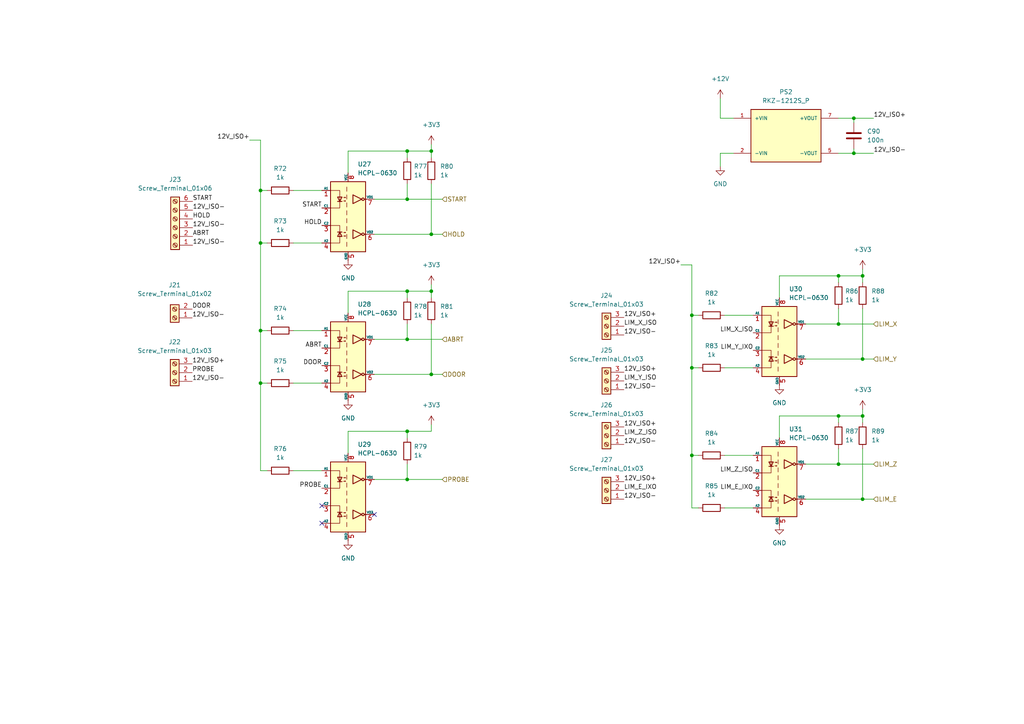
<source format=kicad_sch>
(kicad_sch (version 20211123) (generator eeschema)
  (paper "A4")
  (title_block (title "Switch Inputs"))
  (lib_symbols
    (symbol "Connector:Screw_Terminal_01x02" (pin_names (offset 1.016) hide)
      (property "Reference" "J" (at 0 2.54 0))
      (property "Value" "Screw_Terminal_01x02" (at 0 -5.08 0))
      (symbol "Screw_Terminal_01x02_1_1"
        (rectangle (start -1.27 1.27) (end 1.27 -3.81) (stroke (width 0.254)) (fill (type background)))
        (circle (center 0 -2.54) (radius 0.635) (stroke (width 0.1524)))
        (polyline (pts (xy -0.5334 -2.2098) (xy 0.3302 -3.048)) (stroke (width 0.1524)))
        (polyline (pts (xy -0.5334 0.3302) (xy 0.3302 -0.508)) (stroke (width 0.1524)))
        (polyline (pts (xy -0.3556 -2.032) (xy 0.508 -2.8702)) (stroke (width 0.1524)))
        (polyline (pts (xy -0.3556 0.508) (xy 0.508 -0.3302)) (stroke (width 0.1524)))
        (circle (center 0 0) (radius 0.635) (stroke (width 0.1524)))
        (pin passive line (at -5.08 0 0) (length 3.81) (name "Pin_1") (number "1"))
        (pin passive line (at -5.08 -2.54 0) (length 3.81) (name "Pin_2") (number "2"))
      )
    )
    (symbol "Connector:Screw_Terminal_01x03" (pin_names (offset 1.016) hide)
      (property "Reference" "J" (at 0 5.08 0))
      (property "Value" "Screw_Terminal_01x03" (at 0 -5.08 0))
      (symbol "Screw_Terminal_01x03_1_1"
        (rectangle (start -1.27 3.81) (end 1.27 -3.81) (stroke (width 0.254)) (fill (type background)))
        (circle (center 0 -2.54) (radius 0.635) (stroke (width 0.1524)))
        (polyline (pts (xy -0.5334 -2.2098) (xy 0.3302 -3.048)) (stroke (width 0.1524)))
        (polyline (pts (xy -0.5334 0.3302) (xy 0.3302 -0.508)) (stroke (width 0.1524)))
        (polyline (pts (xy -0.5334 2.8702) (xy 0.3302 2.032)) (stroke (width 0.1524)))
        (polyline (pts (xy -0.3556 -2.032) (xy 0.508 -2.8702)) (stroke (width 0.1524)))
        (polyline (pts (xy -0.3556 0.508) (xy 0.508 -0.3302)) (stroke (width 0.1524)))
        (polyline (pts (xy -0.3556 3.048) (xy 0.508 2.2098)) (stroke (width 0.1524)))
        (circle (center 0 0) (radius 0.635) (stroke (width 0.1524)))
        (circle (center 0 2.54) (radius 0.635) (stroke (width 0.1524)))
        (pin passive line (at -5.08 2.54 0) (length 3.81) (name "Pin_1") (number "1"))
        (pin passive line (at -5.08 0 0) (length 3.81) (name "Pin_2") (number "2"))
        (pin passive line (at -5.08 -2.54 0) (length 3.81) (name "Pin_3") (number "3"))
      )
    )
    (symbol "Connector:Screw_Terminal_01x06" (pin_names (offset 1.016) hide)
      (property "Reference" "J" (at 0 7.62 0))
      (property "Value" "Screw_Terminal_01x06" (at 0 -10.16 0))
      (symbol "Screw_Terminal_01x06_1_1"
        (rectangle (start -1.27 6.35) (end 1.27 -8.89) (stroke (width 0.254)) (fill (type background)))
        (circle (center 0 -7.62) (radius 0.635) (stroke (width 0.1524)))
        (circle (center 0 -5.08) (radius 0.635) (stroke (width 0.1524)))
        (circle (center 0 -2.54) (radius 0.635) (stroke (width 0.1524)))
        (polyline (pts (xy -0.5334 -7.2898) (xy 0.3302 -8.128)) (stroke (width 0.1524)))
        (polyline (pts (xy -0.5334 -4.7498) (xy 0.3302 -5.588)) (stroke (width 0.1524)))
        (polyline (pts (xy -0.5334 -2.2098) (xy 0.3302 -3.048)) (stroke (width 0.1524)))
        (polyline (pts (xy -0.5334 0.3302) (xy 0.3302 -0.508)) (stroke (width 0.1524)))
        (polyline (pts (xy -0.5334 2.8702) (xy 0.3302 2.032)) (stroke (width 0.1524)))
        (polyline (pts (xy -0.5334 5.4102) (xy 0.3302 4.572)) (stroke (width 0.1524)))
        (polyline (pts (xy -0.3556 -7.112) (xy 0.508 -7.9502)) (stroke (width 0.1524)))
        (polyline (pts (xy -0.3556 -4.572) (xy 0.508 -5.4102)) (stroke (width 0.1524)))
        (polyline (pts (xy -0.3556 -2.032) (xy 0.508 -2.8702)) (stroke (width 0.1524)))
        (polyline (pts (xy -0.3556 0.508) (xy 0.508 -0.3302)) (stroke (width 0.1524)))
        (polyline (pts (xy -0.3556 3.048) (xy 0.508 2.2098)) (stroke (width 0.1524)))
        (polyline (pts (xy -0.3556 5.588) (xy 0.508 4.7498)) (stroke (width 0.1524)))
        (circle (center 0 0) (radius 0.635) (stroke (width 0.1524)))
        (circle (center 0 2.54) (radius 0.635) (stroke (width 0.1524)))
        (circle (center 0 5.08) (radius 0.635) (stroke (width 0.1524)))
        (pin passive line (at -5.08 5.08 0) (length 3.81) (name "Pin_1") (number "1"))
        (pin passive line (at -5.08 2.54 0) (length 3.81) (name "Pin_2") (number "2"))
        (pin passive line (at -5.08 0 0) (length 3.81) (name "Pin_3") (number "3"))
        (pin passive line (at -5.08 -2.54 0) (length 3.81) (name "Pin_4") (number "4"))
        (pin passive line (at -5.08 -5.08 0) (length 3.81) (name "Pin_5") (number "5"))
        (pin passive line (at -5.08 -7.62 0) (length 3.81) (name "Pin_6") (number "6"))
      )
    )
    (symbol "Device:C" (pin_numbers hide) (pin_names (offset 0.254))
      (property "Reference" "C" (at 0.635 2.54 0))
      (property "Value" "C" (at 0.635 -2.54 0))
      (symbol "C_0_1"
        (polyline (pts (xy -2.032 -0.762) (xy 2.032 -0.762)) (stroke (width 0.508)))
        (polyline (pts (xy -2.032 0.762) (xy 2.032 0.762)) (stroke (width 0.508)))
      )
      (symbol "C_1_1"
        (pin passive line (at 0 3.81 270) (length 2.794) (name "~") (number "1"))
        (pin passive line (at 0 -3.81 90) (length 2.794) (name "~") (number "2"))
      )
    )
    (symbol "Device:R" (pin_numbers hide) (pin_names (offset 0))
      (property "Reference" "R" (at 2.032 0 90))
      (property "Value" "R" (at 0 0 90))
      (symbol "R_0_1"
        (rectangle (start -1.016 -2.54) (end 1.016 2.54) (stroke (width 0.254)))
      )
      (symbol "R_1_1"
        (pin passive line (at 0 3.81 270) (length 1.27) (name "~") (number "1"))
        (pin passive line (at 0 -3.81 90) (length 1.27) (name "~") (number "2"))
      )
    )
    (symbol "Isolator:HCPL-0630" (pin_names (offset 0))
      (property "Reference" "U" (at -4.064 11.43 0))
      (property "Value" "HCPL-0630" (at 7.874 11.43 0))
      (symbol "HCPL-0630_0_1"
        (rectangle (start -5.08 10.16) (end 5.08 -10.16) (stroke (width 0.254)) (fill (type background)))
      )
      (symbol "HCPL-0630_1_1"
        (polyline (pts (xy -3.048 -4.445) (xy -1.778 -4.445)) (stroke (width 0.254)))
        (polyline (pts (xy -3.048 4.445) (xy -1.778 4.445)) (stroke (width 0.254)))
        (polyline (pts (xy -0.381 -7.366) (xy -0.381 -8.636)))
        (polyline (pts (xy -0.381 -5.08) (xy -0.381 -6.35)))
        (polyline (pts (xy -0.381 -2.794) (xy -0.381 -4.064)))
        (polyline (pts (xy -0.381 -0.508) (xy -0.381 -1.778)))
        (polyline (pts (xy -0.381 1.778) (xy -0.381 0.508)))
        (polyline (pts (xy -0.381 4.064) (xy -0.381 2.794)))
        (polyline (pts (xy -0.381 6.35) (xy -0.381 5.08)))
        (polyline (pts (xy -0.381 8.636) (xy -0.381 7.366)))
        (polyline (pts (xy 4.699 -5.08) (xy 5.207 -5.08)) (stroke (width 0.254)))
        (polyline (pts (xy 4.699 5.08) (xy 5.334 5.08)) (stroke (width 0.254)))
        (polyline (pts (xy -4.953 -7.62) (xy -2.413 -7.62) (xy -2.413 -5.715)))
        (polyline (pts (xy -4.953 7.62) (xy -2.413 7.62) (xy -2.413 4.318)))
        (polyline (pts (xy -2.413 -5.842) (xy -2.413 -2.54) (xy -4.953 -2.54)))
        (polyline (pts (xy -2.413 4.445) (xy -2.413 2.54) (xy -4.953 2.54)))
        (polyline (pts (xy -2.413 -4.445) (xy -3.048 -5.715) (xy -1.778 -5.715) (xy -2.413 -4.445)) (stroke (width 0.254)))
        (polyline (pts (xy -2.413 4.445) (xy -3.048 5.715) (xy -1.778 5.715) (xy -2.413 4.445)) (stroke (width 0.254)))
        (polyline (pts (xy 3.937 -5.08) (xy 1.397 -3.81) (xy 1.397 -6.35) (xy 3.937 -5.08)) (stroke (width 0.254)))
        (polyline (pts (xy 3.937 5.08) (xy 1.397 6.35) (xy 1.397 3.81) (xy 3.937 5.08)) (stroke (width 0.254)))
        (polyline (pts (xy -1.397 -5.588) (xy -0.635 -5.588) (xy -1.016 -5.715) (xy -1.016 -5.461) (xy -0.635 -5.588)) (stroke (width 0.127)))
        (polyline (pts (xy -1.397 -4.572) (xy -0.635 -4.572) (xy -1.016 -4.699) (xy -1.016 -4.445) (xy -0.635 -4.572)) (stroke (width 0.127)))
        (polyline (pts (xy -1.397 4.572) (xy -0.635 4.572) (xy -1.016 4.445) (xy -1.016 4.699) (xy -0.635 4.572)) (stroke (width 0.127)))
        (polyline (pts (xy -1.397 5.588) (xy -0.635 5.588) (xy -1.016 5.461) (xy -1.016 5.715) (xy -0.635 5.588)) (stroke (width 0.127)))
        (circle (center 4.318 -5.08) (radius 0.3556) (stroke (width 0.254)))
        (circle (center 4.318 5.08) (radius 0.3556) (stroke (width 0.254)))
        (pin passive line (at -7.62 7.62 0) (length 2.54) (name "A1") (number "1"))
        (pin passive line (at -7.62 2.54 0) (length 2.54) (name "C1") (number "2"))
        (pin passive line (at -7.62 -2.54 0) (length 2.54) (name "C2") (number "3"))
        (pin passive line (at -7.62 -7.62 0) (length 2.54) (name "A2") (number "4"))
        (pin power_in line (at 0 -12.7 90) (length 2.54) (name "GND") (number "5"))
        (pin open_collector line (at 7.62 -5.08 180) (length 2.54) (name "VO2") (number "6"))
        (pin open_collector line (at 7.62 5.08 180) (length 2.54) (name "VO1") (number "7"))
        (pin power_in line (at 0 12.7 270) (length 2.54) (name "VCC") (number "8"))
      )
    )
    (symbol "fluidnc_board:RKZ-1212S_P" (pin_names (offset 1.016))
      (property "Reference" "PS" (at -10.16 7.62 0))
      (property "Value" "RKZ-1212S_P" (at -10.16 -10.16 0))
      (symbol "RKZ-1212S_P_0_0"
        (rectangle (start -10.16 -7.62) (end 10.16 7.62) (stroke (width 0.254)) (fill (type background)))
        (pin input line (at -15.24 5.08 0) (length 5.08) (name "+VIN") (number "1"))
        (pin input line (at -15.24 -5.08 0) (length 5.08) (name "-VIN") (number "2"))
        (pin output line (at 15.24 -5.08 180) (length 5.08) (name "-VOUT") (number "5"))
        (pin output line (at 15.24 5.08 180) (length 5.08) (name "+VOUT") (number "7"))
      )
    )
    (symbol "power:+12V" (power) (pin_names (offset 0))
      (property "Value" "+12V" (at 0 3.556 0))
      (symbol "+12V_0_1"
        (polyline (pts (xy -0.762 1.27) (xy 0 2.54)))
        (polyline (pts (xy 0 0) (xy 0 2.54)))
        (polyline (pts (xy 0 2.54) (xy 0.762 1.27)))
      )
      (symbol "+12V_1_1"
        (pin power_in line (at 0 0 90) (length 0) hide (name "+12V") (number "1"))
      )
    )
    (symbol "power:+3V3" (power) (pin_names (offset 0))
      (property "Value" "+3V3" (at 0 3.556 0))
      (symbol "+3V3_0_1"
        (polyline (pts (xy -0.762 1.27) (xy 0 2.54)))
        (polyline (pts (xy 0 0) (xy 0 2.54)))
        (polyline (pts (xy 0 2.54) (xy 0.762 1.27)))
      )
      (symbol "+3V3_1_1"
        (pin power_in line (at 0 0 90) (length 0) hide (name "+3V3") (number "1"))
      )
    )
    (symbol "power:GND" (power) (pin_names (offset 0))
      (property "Value" "GND" (at 0 -3.81 0))
      (symbol "GND_0_1"
        (polyline (pts (xy 0 0) (xy 0 -1.27) (xy 1.27 -1.27) (xy 0 -2.54) (xy -1.27 -1.27) (xy 0 -1.27)))
      )
      (symbol "GND_1_1"
        (pin power_in line (at 0 0 270) (length 0) hide (name "GND") (number "1"))
      )
    )
  )
  (junction (at 118.11 43.815))
  (junction (at 200.66 106.68))
  (junction (at 125.095 43.815))
  (junction (at 250.19 144.78))
  (junction (at 118.11 98.425))
  (junction (at 247.65 44.45))
  (junction (at 75.565 55.245))
  (junction (at 118.11 139.065))
  (junction (at 243.205 134.62))
  (junction (at 250.19 120.65))
  (junction (at 125.095 108.585))
  (junction (at 118.11 57.785))
  (junction (at 200.66 91.44))
  (junction (at 118.11 84.455))
  (junction (at 118.11 125.095))
  (junction (at 247.65 34.29))
  (junction (at 243.205 120.65))
  (junction (at 250.19 80.01))
  (junction (at 243.205 80.01))
  (junction (at 125.095 84.455))
  (junction (at 75.565 111.125))
  (junction (at 250.19 104.14))
  (junction (at 243.205 93.98))
  (junction (at 75.565 95.885))
  (junction (at 125.095 67.945))
  (junction (at 200.66 132.08))
  (junction (at 75.565 70.485))
  (no_connect (at 93.345 151.765))
  (no_connect (at 93.345 146.685))
  (no_connect (at 108.585 149.225))
  (wire (pts (xy 125.095 93.98) (xy 125.095 108.585)))
  (wire (pts (xy 100.965 90.805) (xy 100.965 84.455)))
  (wire (pts (xy 118.11 134.62) (xy 118.11 139.065)))
  (wire (pts (xy 125.095 84.455) (xy 125.095 86.36)))
  (wire (pts (xy 243.205 134.62) (xy 253.365 134.62)))
  (wire (pts (xy 125.095 67.945) (xy 128.27 67.945)))
  (wire (pts (xy 85.09 111.125) (xy 93.345 111.125)))
  (wire (pts (xy 125.095 123.19) (xy 125.095 125.095)))
  (wire (pts (xy 85.09 95.885) (xy 93.345 95.885)))
  (wire (pts (xy 118.11 93.98) (xy 118.11 98.425)))
  (wire (pts (xy 108.585 57.785) (xy 118.11 57.785)))
  (wire (pts (xy 233.68 134.62) (xy 243.205 134.62)))
  (wire (pts (xy 200.66 76.835) (xy 200.66 91.44)))
  (wire (pts (xy 125.095 53.34) (xy 125.095 67.945)))
  (wire (pts (xy 125.095 82.55) (xy 125.095 84.455)))
  (wire (pts (xy 118.11 125.095) (xy 118.11 127)))
  (wire (pts (xy 233.68 144.78) (xy 250.19 144.78)))
  (wire (pts (xy 75.565 136.525) (xy 77.47 136.525)))
  (wire (pts (xy 243.205 130.175) (xy 243.205 134.62)))
  (wire (pts (xy 210.185 132.08) (xy 218.44 132.08)))
  (wire (pts (xy 250.19 104.14) (xy 253.365 104.14)))
  (wire (pts (xy 75.565 95.885) (xy 77.47 95.885)))
  (wire (pts (xy 85.09 70.485) (xy 93.345 70.485)))
  (wire (pts (xy 100.965 84.455) (xy 118.11 84.455)))
  (wire (pts (xy 125.095 41.91) (xy 125.095 43.815)))
  (wire (pts (xy 108.585 108.585) (xy 125.095 108.585)))
  (wire (pts (xy 250.19 120.65) (xy 250.19 122.555)))
  (wire (pts (xy 250.19 130.175) (xy 250.19 144.78)))
  (wire (pts (xy 226.06 80.01) (xy 243.205 80.01)))
  (wire (pts (xy 208.915 44.45) (xy 212.725 44.45)))
  (wire (pts (xy 75.565 55.245) (xy 75.565 70.485)))
  (wire (pts (xy 118.11 139.065) (xy 128.27 139.065)))
  (wire (pts (xy 118.11 84.455) (xy 125.095 84.455)))
  (wire (pts (xy 85.09 55.245) (xy 93.345 55.245)))
  (wire (pts (xy 200.66 91.44) (xy 200.66 106.68)))
  (wire (pts (xy 200.66 106.68) (xy 202.565 106.68)))
  (wire (pts (xy 72.39 40.64) (xy 75.565 40.64)))
  (wire (pts (xy 100.965 43.815) (xy 100.965 50.165)))
  (wire (pts (xy 208.915 48.26) (xy 208.915 44.45)))
  (wire (pts (xy 200.66 106.68) (xy 200.66 132.08)))
  (wire (pts (xy 125.095 108.585) (xy 128.27 108.585)))
  (wire (pts (xy 118.11 98.425) (xy 128.27 98.425)))
  (wire (pts (xy 243.205 120.65) (xy 243.205 122.555)))
  (wire (pts (xy 75.565 70.485) (xy 77.47 70.485)))
  (wire (pts (xy 200.66 132.08) (xy 202.565 132.08)))
  (wire (pts (xy 210.185 147.32) (xy 218.44 147.32)))
  (wire (pts (xy 243.205 89.535) (xy 243.205 93.98)))
  (wire (pts (xy 250.19 80.01) (xy 250.19 81.915)))
  (wire (pts (xy 100.965 125.095) (xy 118.11 125.095)))
  (wire (pts (xy 118.11 125.095) (xy 125.095 125.095)))
  (wire (pts (xy 243.205 120.65) (xy 250.19 120.65)))
  (wire (pts (xy 75.565 40.64) (xy 75.565 55.245)))
  (wire (pts (xy 85.09 136.525) (xy 93.345 136.525)))
  (wire (pts (xy 247.65 44.45) (xy 253.365 44.45)))
  (wire (pts (xy 243.205 93.98) (xy 253.365 93.98)))
  (wire (pts (xy 118.11 53.34) (xy 118.11 57.785)))
  (wire (pts (xy 208.915 34.29) (xy 212.725 34.29)))
  (wire (pts (xy 226.06 127) (xy 226.06 120.65)))
  (wire (pts (xy 233.68 104.14) (xy 250.19 104.14)))
  (wire (pts (xy 108.585 139.065) (xy 118.11 139.065)))
  (wire (pts (xy 125.095 43.815) (xy 125.095 45.72)))
  (wire (pts (xy 243.205 44.45) (xy 247.65 44.45)))
  (wire (pts (xy 75.565 55.245) (xy 77.47 55.245)))
  (wire (pts (xy 243.205 80.01) (xy 250.19 80.01)))
  (wire (pts (xy 200.66 147.32) (xy 202.565 147.32)))
  (wire (pts (xy 243.205 34.29) (xy 247.65 34.29)))
  (wire (pts (xy 118.11 43.815) (xy 125.095 43.815)))
  (wire (pts (xy 226.06 120.65) (xy 243.205 120.65)))
  (wire (pts (xy 200.66 91.44) (xy 202.565 91.44)))
  (wire (pts (xy 247.65 43.18) (xy 247.65 44.45)))
  (wire (pts (xy 250.19 89.535) (xy 250.19 104.14)))
  (wire (pts (xy 250.19 118.745) (xy 250.19 120.65)))
  (wire (pts (xy 100.965 43.815) (xy 118.11 43.815)))
  (wire (pts (xy 100.965 131.445) (xy 100.965 125.095)))
  (wire (pts (xy 108.585 98.425) (xy 118.11 98.425)))
  (wire (pts (xy 250.19 78.105) (xy 250.19 80.01)))
  (wire (pts (xy 75.565 95.885) (xy 75.565 111.125)))
  (wire (pts (xy 226.06 80.01) (xy 226.06 86.36)))
  (wire (pts (xy 208.915 28.575) (xy 208.915 34.29)))
  (wire (pts (xy 118.11 84.455) (xy 118.11 86.36)))
  (wire (pts (xy 233.68 93.98) (xy 243.205 93.98)))
  (wire (pts (xy 108.585 67.945) (xy 125.095 67.945)))
  (wire (pts (xy 75.565 111.125) (xy 75.565 136.525)))
  (wire (pts (xy 75.565 70.485) (xy 75.565 95.885)))
  (wire (pts (xy 243.205 80.01) (xy 243.205 81.915)))
  (wire (pts (xy 210.185 91.44) (xy 218.44 91.44)))
  (wire (pts (xy 210.185 106.68) (xy 218.44 106.68)))
  (wire (pts (xy 200.66 132.08) (xy 200.66 147.32)))
  (wire (pts (xy 118.11 43.815) (xy 118.11 45.72)))
  (wire (pts (xy 247.65 34.29) (xy 253.365 34.29)))
  (wire (pts (xy 75.565 111.125) (xy 77.47 111.125)))
  (wire (pts (xy 247.65 34.29) (xy 247.65 35.56)))
  (wire (pts (xy 118.11 57.785) (xy 128.27 57.785)))
  (wire (pts (xy 250.19 144.78) (xy 253.365 144.78)))
  (wire (pts (xy 197.485 76.835) (xy 200.66 76.835)))
  (label "12V_ISO-" (at 55.753 92.202 0))
  (label "12V_ISO+" (at 180.975 123.825 0))
  (label "ABRT" (at 55.88 68.58 0))
  (label "START" (at 93.345 60.325 180))
  (label "PROBE" (at 55.753 108.077 0))
  (label "12V_ISO+" (at 180.975 107.95 0))
  (label "LIM_X_ISO" (at 180.975 94.615 0))
  (label "12V_ISO-" (at 180.975 97.155 0))
  (label "LIM_E_IXO" (at 180.975 142.24 0))
  (label "12V_ISO+" (at 180.975 92.075 0))
  (label "12V_ISO-" (at 253.365 44.45 0))
  (label "LIM_Z_ISO" (at 218.44 137.16 180))
  (label "12V_ISO-" (at 55.88 66.04 0))
  (label "DOOR" (at 93.345 106.045 180))
  (label "START" (at 55.88 58.42 0))
  (label "12V_ISO-" (at 55.88 71.12 0))
  (label "12V_ISO-" (at 180.975 144.78 0))
  (label "LIM_X_ISO" (at 218.44 96.52 180))
  (label "LIM_Y_ISO" (at 180.975 110.49 0))
  (label "ABRT" (at 93.345 100.965 180))
  (label "12V_ISO-" (at 55.753 110.617 0))
  (label "12V_ISO+" (at 253.365 34.29 0))
  (label "LIM_Y_IXO" (at 218.44 101.6 180))
  (label "DOOR" (at 55.753 89.662 0))
  (label "12V_ISO-" (at 180.975 128.905 0))
  (label "LIM_Z_ISO" (at 180.975 126.365 0))
  (label "PROBE" (at 93.345 141.605 180))
  (label "12V_ISO-" (at 55.88 60.96 0))
  (label "12V_ISO+" (at 72.39 40.64 180))
  (label "HOLD" (at 93.345 65.405 180))
  (label "LIM_E_IXO" (at 218.44 142.24 180))
  (label "12V_ISO+" (at 55.753 105.537 0))
  (label "12V_ISO+" (at 180.975 139.7 0))
  (label "12V_ISO-" (at 180.975 113.03 0))
  (label "12V_ISO+" (at 197.485 76.835 180))
  (label "HOLD" (at 55.88 63.5 0))
  (hierarchical_label "HOLD" (shape input) (at 128.27 67.945 0))
  (hierarchical_label "DOOR" (shape input) (at 128.27 108.585 0))
  (hierarchical_label "PROBE" (shape input) (at 128.27 139.065 0))
  (hierarchical_label "LIM_Y" (shape input) (at 253.365 104.14 0))
  (hierarchical_label "LIM_X" (shape input) (at 253.365 93.98 0))
  (hierarchical_label "ABRT" (shape input) (at 128.27 98.425 0))
  (hierarchical_label "LIM_Z" (shape input) (at 253.365 134.62 0))
  (hierarchical_label "LIM_E" (shape input) (at 253.365 144.78 0))
  (hierarchical_label "START" (shape input) (at 128.27 57.785 0))
  (symbol (lib_id "Device:R") (at 118.11 90.17 0) (unit 1)
    (property "Reference" "R78" (at 120.015 88.8999 0) (effects (justify left)))
    (property "Value" "1k" (at 120.015 91.4399 0) (effects (justify left)))
    (property "Footprint" "Resistor_SMD:R_1206_3216Metric_Pad1.30x1.75mm_HandSolder" (effects hide))
  )
  (symbol (lib_id "Device:R") (at 81.28 136.525 90) (unit 1)
    (property "Reference" "R76" (at 81.28 130.175 90))
    (property "Value" "1k" (at 81.28 132.715 90))
    (property "Footprint" "Resistor_SMD:R_1206_3216Metric_Pad1.30x1.75mm_HandSolder" (effects hide))
  )
  (symbol (lib_id "Isolator:HCPL-0630") (at 226.06 99.06 0) (unit 1)
    (property "Reference" "U30" (at 228.8287 83.82 0) (effects (justify left)))
    (property "Value" "HCPL-0630" (at 228.8287 86.36 0) (effects (justify left)))
    (property "Footprint" "Package_SO:SOIC-8_3.9x4.9mm_P1.27mm" (effects hide))
    (property "Datasheet" "https://docs.broadcom.com/docs/AV02-0940EN" (effects hide))
  )
  (symbol (lib_id "Device:C") (at 247.65 39.37 0) (unit 1)
    (property "Reference" "C90" (at 251.46 38.0999 0) (effects (justify left)))
    (property "Value" "100n" (at 251.46 40.6399 0) (effects (justify left)))
    (property "Footprint" "Capacitor_SMD:C_0603_1608Metric_Pad1.08x0.95mm_HandSolder" (effects hide))
  )
  (symbol (lib_id "Device:R") (at 250.19 126.365 0) (unit 1)
    (property "Reference" "R89" (at 252.73 125.0949 0) (effects (justify left)))
    (property "Value" "1k" (at 252.73 127.6349 0) (effects (justify left)))
    (property "Footprint" "Resistor_SMD:R_1206_3216Metric_Pad1.30x1.75mm_HandSolder" (effects hide))
  )
  (symbol (lib_id "Connector:Screw_Terminal_01x06") (at 50.8 66.04 180) (unit 1)
    (property "Reference" "J23" (at 50.8 52.07 0))
    (property "Value" "Screw_Terminal_01x06" (at 50.8 54.61 0))
    (property "Footprint" "Connector_Phoenix_MC:PhoenixContact_MC_1,5_6-G-3.81_1x06_P3.81mm_Horizontal" (effects hide))
  )
  (symbol (lib_id "power:+3V3") (at 125.095 123.19 0) (unit 1)
    (property "Reference" "#PWR0211" (effects hide))
    (property "Value" "+3V3" (at 125.095 117.475 0))
  )
  (symbol (lib_id "fluidnc_board:RKZ-1212S_P") (at 227.965 39.37 0) (unit 1)
    (property "Reference" "PS2" (at 227.965 26.67 0))
    (property "Value" "RKZ-1212S_P" (at 227.965 29.21 0))
    (property "Footprint" "fluidnc_board:CONV_RKZ" (effects hide))
    (property "MAXIMUM_PACKAGE_HEIGHT" "10.2mm" (effects hide))
    (property "STANDARD" "Manufacturer Recommendations" (effects hide))
    (property "PARTREV" "5" (effects hide))
    (property "MANUFACTURER" "RECOM" (effects hide))
  )
  (symbol (lib_id "power:+12V") (at 208.915 28.575 0) (unit 1)
    (property "Reference" "#PWR0212" (effects hide))
    (property "Value" "+12V" (at 208.915 22.86 0))
  )
  (symbol (lib_id "Device:R") (at 81.28 95.885 90) (unit 1)
    (property "Reference" "R74" (at 81.28 89.535 90))
    (property "Value" "1k" (at 81.28 92.075 90))
    (property "Footprint" "Resistor_SMD:R_1206_3216Metric_Pad1.30x1.75mm_HandSolder" (effects hide))
  )
  (symbol (lib_id "power:+3V3") (at 125.095 82.55 0) (unit 1)
    (property "Reference" "#PWR0210" (effects hide))
    (property "Value" "+3V3" (at 125.095 76.835 0))
  )
  (symbol (lib_id "Device:R") (at 250.19 85.725 0) (unit 1)
    (property "Reference" "R88" (at 252.73 84.4549 0) (effects (justify left)))
    (property "Value" "1k" (at 252.73 86.9949 0) (effects (justify left)))
    (property "Footprint" "Resistor_SMD:R_1206_3216Metric_Pad1.30x1.75mm_HandSolder" (effects hide))
  )
  (symbol (lib_id "power:GND") (at 100.965 156.845 0) (unit 1)
    (property "Reference" "#PWR0208" (effects hide))
    (property "Value" "GND" (at 100.965 161.925 0))
  )
  (symbol (lib_id "Device:R") (at 243.205 85.725 0) (unit 1)
    (property "Reference" "R86" (at 245.11 84.4549 0) (effects (justify left)))
    (property "Value" "1k" (at 245.11 86.9949 0) (effects (justify left)))
    (property "Footprint" "Resistor_SMD:R_1206_3216Metric_Pad1.30x1.75mm_HandSolder" (effects hide))
  )
  (symbol (lib_id "Device:R") (at 125.095 90.17 0) (unit 1)
    (property "Reference" "R81" (at 127.635 88.8999 0) (effects (justify left)))
    (property "Value" "1k" (at 127.635 91.4399 0) (effects (justify left)))
    (property "Footprint" "Resistor_SMD:R_1206_3216Metric_Pad1.30x1.75mm_HandSolder" (effects hide))
  )
  (symbol (lib_id "power:GND") (at 100.965 75.565 0) (unit 1)
    (property "Reference" "#PWR0206" (effects hide))
    (property "Value" "GND" (at 100.965 80.645 0))
  )
  (symbol (lib_id "Device:R") (at 243.205 126.365 0) (unit 1)
    (property "Reference" "R87" (at 245.11 125.0949 0) (effects (justify left)))
    (property "Value" "1k" (at 245.11 127.6349 0) (effects (justify left)))
    (property "Footprint" "Resistor_SMD:R_1206_3216Metric_Pad1.30x1.75mm_HandSolder" (effects hide))
  )
  (symbol (lib_id "Connector:Screw_Terminal_01x03") (at 175.895 110.49 180) (unit 1)
    (property "Reference" "J25" (at 175.895 101.6 0))
    (property "Value" "Screw_Terminal_01x03" (at 175.895 104.14 0))
    (property "Footprint" "Connector_Phoenix_MC:PhoenixContact_MC_1,5_3-G-3.81_1x03_P3.81mm_Horizontal" (effects hide))
  )
  (symbol (lib_id "Connector:Screw_Terminal_01x03") (at 175.895 94.615 180) (unit 1)
    (property "Reference" "J24" (at 175.895 85.725 0))
    (property "Value" "Screw_Terminal_01x03" (at 175.895 88.265 0))
    (property "Footprint" "Connector_Phoenix_MC:PhoenixContact_MC_1,5_3-G-3.81_1x03_P3.81mm_Horizontal" (effects hide))
  )
  (symbol (lib_id "Isolator:HCPL-0630") (at 100.965 103.505 0) (unit 1)
    (property "Reference" "U28" (at 103.7337 88.265 0) (effects (justify left)))
    (property "Value" "HCPL-0630" (at 103.7337 90.805 0) (effects (justify left)))
    (property "Footprint" "Package_SO:SOIC-8_3.9x4.9mm_P1.27mm" (effects hide))
    (property "Datasheet" "https://docs.broadcom.com/docs/AV02-0940EN" (effects hide))
  )
  (symbol (lib_id "power:GND") (at 208.915 48.26 0) (unit 1)
    (property "Reference" "#PWR0213" (effects hide))
    (property "Value" "GND" (at 208.915 53.34 0))
  )
  (symbol (lib_id "Device:R") (at 206.375 91.44 90) (unit 1)
    (property "Reference" "R82" (at 206.375 85.09 90))
    (property "Value" "1k" (at 206.375 87.63 90))
    (property "Footprint" "Resistor_SMD:R_1206_3216Metric_Pad1.30x1.75mm_HandSolder" (effects hide))
  )
  (symbol (lib_id "Isolator:HCPL-0630") (at 100.965 144.145 0) (unit 1)
    (property "Reference" "U29" (at 103.7337 128.905 0) (effects (justify left)))
    (property "Value" "HCPL-0630" (at 103.7337 131.445 0) (effects (justify left)))
    (property "Footprint" "Package_SO:SOIC-8_3.9x4.9mm_P1.27mm" (effects hide))
    (property "Datasheet" "https://docs.broadcom.com/docs/AV02-0940EN" (effects hide))
  )
  (symbol (lib_id "Device:R") (at 118.11 130.81 0) (unit 1)
    (property "Reference" "R79" (at 120.015 129.5399 0) (effects (justify left)))
    (property "Value" "1k" (at 120.015 132.0799 0) (effects (justify left)))
    (property "Footprint" "Resistor_SMD:R_1206_3216Metric_Pad1.30x1.75mm_HandSolder" (effects hide))
  )
  (symbol (lib_id "Device:R") (at 206.375 106.68 90) (unit 1)
    (property "Reference" "R83" (at 206.375 100.33 90))
    (property "Value" "1k" (at 206.375 102.87 90))
    (property "Footprint" "Resistor_SMD:R_1206_3216Metric_Pad1.30x1.75mm_HandSolder" (effects hide))
  )
  (symbol (lib_id "Connector:Screw_Terminal_01x03") (at 175.895 126.365 180) (unit 1)
    (property "Reference" "J26" (at 175.895 117.475 0))
    (property "Value" "Screw_Terminal_01x03" (at 175.895 120.015 0))
    (property "Footprint" "Connector_Phoenix_MC:PhoenixContact_MC_1,5_3-G-3.81_1x03_P3.81mm_Horizontal" (effects hide))
  )
  (symbol (lib_id "Isolator:HCPL-0630") (at 100.965 62.865 0) (unit 1)
    (property "Reference" "U27" (at 103.7337 47.625 0) (effects (justify left)))
    (property "Value" "HCPL-0630" (at 103.7337 50.165 0) (effects (justify left)))
    (property "Footprint" "Package_SO:SOIC-8_3.9x4.9mm_P1.27mm" (effects hide))
    (property "Datasheet" "https://docs.broadcom.com/docs/AV02-0940EN" (effects hide))
  )
  (symbol (lib_id "Device:R") (at 125.095 49.53 0) (unit 1)
    (property "Reference" "R80" (at 127.635 48.2599 0) (effects (justify left)))
    (property "Value" "1k" (at 127.635 50.7999 0) (effects (justify left)))
    (property "Footprint" "Resistor_SMD:R_1206_3216Metric_Pad1.30x1.75mm_HandSolder" (effects hide))
  )
  (symbol (lib_id "power:+3V3") (at 250.19 78.105 0) (unit 1)
    (property "Reference" "#PWR0216" (effects hide))
    (property "Value" "+3V3" (at 250.19 72.39 0))
  )
  (symbol (lib_id "power:+3V3") (at 125.095 41.91 0) (unit 1)
    (property "Reference" "#PWR0209" (effects hide))
    (property "Value" "+3V3" (at 125.095 36.195 0))
  )
  (symbol (lib_id "Connector:Screw_Terminal_01x03") (at 50.673 108.077 180) (unit 1)
    (property "Reference" "J22" (at 50.673 99.187 0))
    (property "Value" "Screw_Terminal_01x03" (at 50.673 101.727 0))
    (property "Footprint" "Connector_Phoenix_MC:PhoenixContact_MC_1,5_3-G-3.81_1x03_P3.81mm_Horizontal" (effects hide))
  )
  (symbol (lib_id "Connector:Screw_Terminal_01x03") (at 175.895 142.24 180) (unit 1)
    (property "Reference" "J27" (at 175.895 133.35 0))
    (property "Value" "Screw_Terminal_01x03" (at 175.895 135.89 0))
    (property "Footprint" "Connector_Phoenix_MC:PhoenixContact_MC_1,5_3-G-3.81_1x03_P3.81mm_Horizontal" (effects hide))
  )
  (symbol (lib_id "Device:R") (at 206.375 147.32 90) (unit 1)
    (property "Reference" "R85" (at 206.375 140.97 90))
    (property "Value" "1k" (at 206.375 143.51 90))
    (property "Footprint" "Resistor_SMD:R_1206_3216Metric_Pad1.30x1.75mm_HandSolder" (effects hide))
  )
  (symbol (lib_id "power:+3V3") (at 250.19 118.745 0) (unit 1)
    (property "Reference" "#PWR0217" (effects hide))
    (property "Value" "+3V3" (at 250.19 113.03 0))
  )
  (symbol (lib_id "Device:R") (at 81.28 70.485 90) (unit 1)
    (property "Reference" "R73" (at 81.28 64.135 90))
    (property "Value" "1k" (at 81.28 66.675 90))
    (property "Footprint" "Resistor_SMD:R_1206_3216Metric_Pad1.30x1.75mm_HandSolder" (effects hide))
  )
  (symbol (lib_id "Device:R") (at 118.11 49.53 0) (unit 1)
    (property "Reference" "R77" (at 120.015 48.2599 0) (effects (justify left)))
    (property "Value" "1k" (at 120.015 50.7999 0) (effects (justify left)))
    (property "Footprint" "Resistor_SMD:R_1206_3216Metric_Pad1.30x1.75mm_HandSolder" (effects hide))
  )
  (symbol (lib_id "Connector:Screw_Terminal_01x02") (at 50.673 92.202 180) (unit 1)
    (property "Reference" "J21" (at 50.673 82.677 0))
    (property "Value" "Screw_Terminal_01x02" (at 50.673 85.217 0))
    (property "Footprint" "Connector_Phoenix_MC:PhoenixContact_MC_1,5_2-G-3.81_1x02_P3.81mm_Horizontal" (effects hide))
  )
  (symbol (lib_id "power:GND") (at 226.06 152.4 0) (unit 1)
    (property "Reference" "#PWR0215" (effects hide))
    (property "Value" "GND" (at 226.06 157.48 0))
  )
  (symbol (lib_id "Isolator:HCPL-0630") (at 226.06 139.7 0) (unit 1)
    (property "Reference" "U31" (at 228.8287 124.46 0) (effects (justify left)))
    (property "Value" "HCPL-0630" (at 228.8287 127 0) (effects (justify left)))
    (property "Footprint" "Package_SO:SOIC-8_3.9x4.9mm_P1.27mm" (effects hide))
    (property "Datasheet" "https://docs.broadcom.com/docs/AV02-0940EN" (effects hide))
  )
  (symbol (lib_id "Device:R") (at 206.375 132.08 90) (unit 1)
    (property "Reference" "R84" (at 206.375 125.73 90))
    (property "Value" "1k" (at 206.375 128.27 90))
    (property "Footprint" "Resistor_SMD:R_1206_3216Metric_Pad1.30x1.75mm_HandSolder" (effects hide))
  )
  (symbol (lib_id "power:GND") (at 226.06 111.76 0) (unit 1)
    (property "Reference" "#PWR0214" (effects hide))
    (property "Value" "GND" (at 226.06 116.84 0))
  )
  (symbol (lib_id "Device:R") (at 81.28 111.125 90) (unit 1)
    (property "Reference" "R75" (at 81.28 104.775 90))
    (property "Value" "1k" (at 81.28 107.315 90))
    (property "Footprint" "Resistor_SMD:R_1206_3216Metric_Pad1.30x1.75mm_HandSolder" (effects hide))
  )
  (symbol (lib_id "power:GND") (at 100.965 116.205 0) (unit 1)
    (property "Reference" "#PWR0207" (effects hide))
    (property "Value" "GND" (at 100.965 121.285 0))
  )
  (symbol (lib_id "Device:R") (at 81.28 55.245 90) (unit 1)
    (property "Reference" "R72" (at 81.28 48.895 90))
    (property "Value" "1k" (at 81.28 51.435 90))
    (property "Footprint" "Resistor_SMD:R_1206_3216Metric_Pad1.30x1.75mm_HandSolder" (effects hide))
  )
)
</source>
